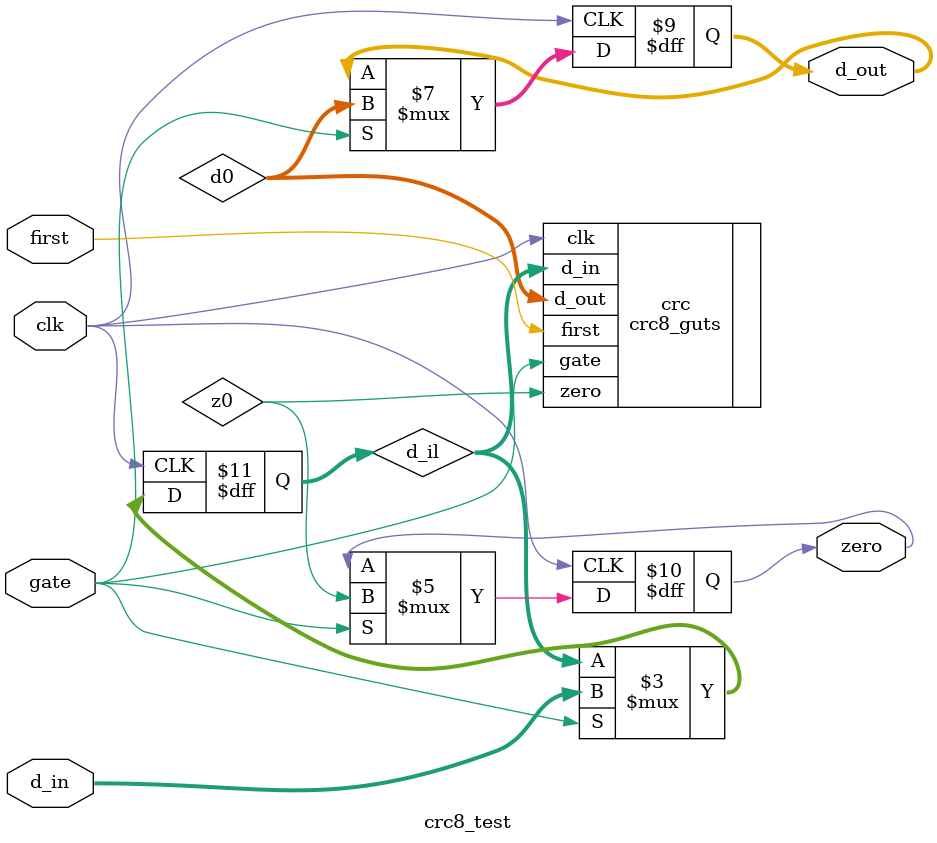
<source format=v>
`timescale 1ns / 1ns


module crc8_test(
	input clk,  // timespec 6.0 ns
	input gate,
	input first,  // set this during the first clock cycle of a new block of data
	input [7:0] d_in,
	output reg [7:0] d_out,
	output reg zero
);

wire z0;
wire [7:0] d0;
reg [7:0] d_il=0;
always @(posedge clk) if (gate) begin
	d_il <= d_in;
	d_out <= d0;
	zero <= z0;
end

crc8_guts #(.wid(32), .init(32'hffffffff)) crc(.clk(clk), .gate(gate),
	.first(first), .d_in(d_il),
	.d_out(d0), .zero(z0));

endmodule

</source>
